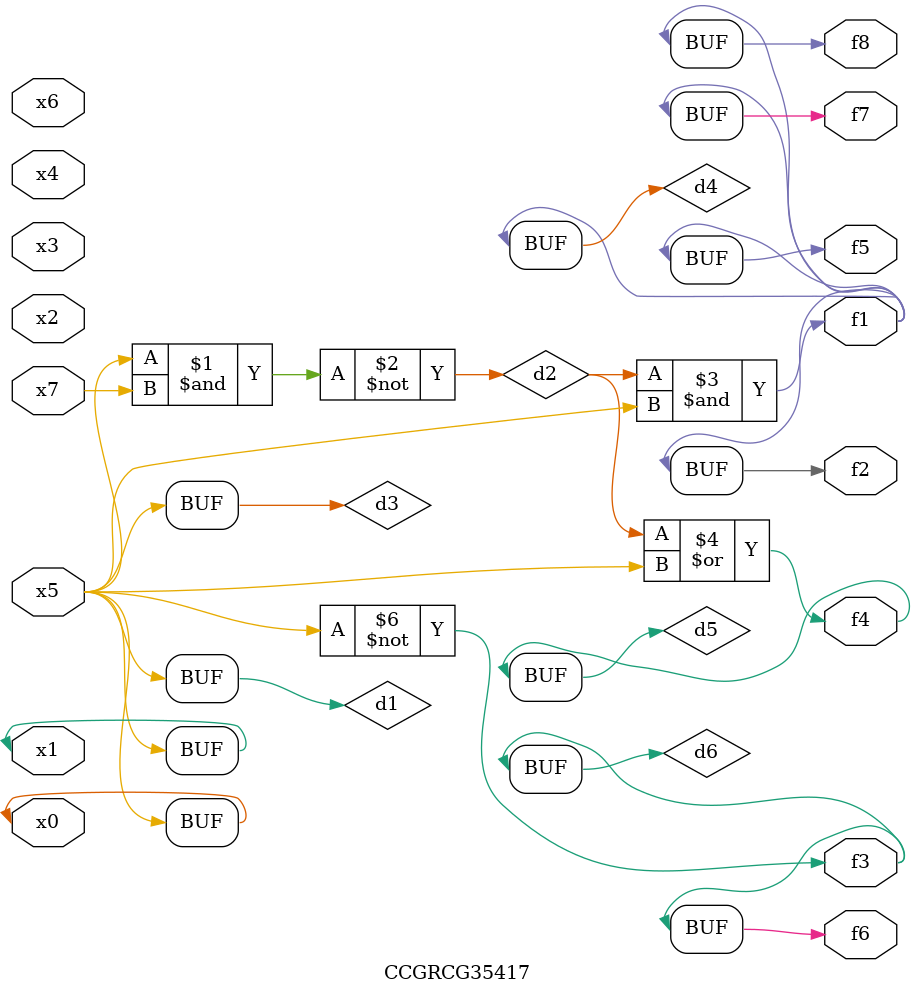
<source format=v>
module CCGRCG35417(
	input x0, x1, x2, x3, x4, x5, x6, x7,
	output f1, f2, f3, f4, f5, f6, f7, f8
);

	wire d1, d2, d3, d4, d5, d6;

	buf (d1, x0, x5);
	nand (d2, x5, x7);
	buf (d3, x0, x1);
	and (d4, d2, d3);
	or (d5, d2, d3);
	nor (d6, d1, d3);
	assign f1 = d4;
	assign f2 = d4;
	assign f3 = d6;
	assign f4 = d5;
	assign f5 = d4;
	assign f6 = d6;
	assign f7 = d4;
	assign f8 = d4;
endmodule

</source>
